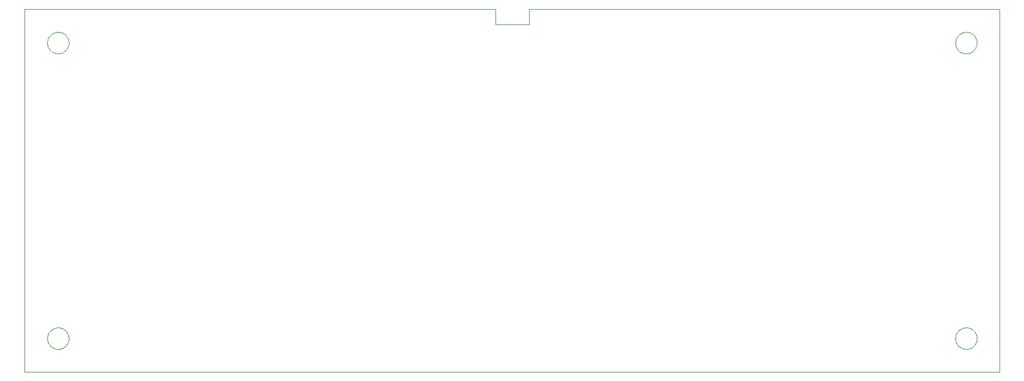
<source format=gbo>
G75*
G70*
%OFA0B0*%
%FSLAX24Y24*%
%IPPOS*%
%LPD*%
%AMOC8*
5,1,8,0,0,1.08239X$1,22.5*
%
%ADD10C,0.0000*%
D10*
X000232Y000101D02*
X000232Y021361D01*
X027791Y021361D01*
X027791Y020455D01*
X029759Y020455D01*
X029759Y021361D01*
X057318Y021361D01*
X057318Y000101D01*
X000232Y000101D01*
X001570Y002069D02*
X001572Y002119D01*
X001578Y002169D01*
X001588Y002218D01*
X001602Y002266D01*
X001619Y002313D01*
X001640Y002358D01*
X001665Y002402D01*
X001693Y002443D01*
X001725Y002482D01*
X001759Y002519D01*
X001796Y002553D01*
X001836Y002583D01*
X001878Y002610D01*
X001922Y002634D01*
X001968Y002655D01*
X002015Y002671D01*
X002063Y002684D01*
X002113Y002693D01*
X002162Y002698D01*
X002213Y002699D01*
X002263Y002696D01*
X002312Y002689D01*
X002361Y002678D01*
X002409Y002663D01*
X002455Y002645D01*
X002500Y002623D01*
X002543Y002597D01*
X002584Y002568D01*
X002623Y002536D01*
X002659Y002501D01*
X002691Y002463D01*
X002721Y002423D01*
X002748Y002380D01*
X002771Y002336D01*
X002790Y002290D01*
X002806Y002242D01*
X002818Y002193D01*
X002826Y002144D01*
X002830Y002094D01*
X002830Y002044D01*
X002826Y001994D01*
X002818Y001945D01*
X002806Y001896D01*
X002790Y001848D01*
X002771Y001802D01*
X002748Y001758D01*
X002721Y001715D01*
X002691Y001675D01*
X002659Y001637D01*
X002623Y001602D01*
X002584Y001570D01*
X002543Y001541D01*
X002500Y001515D01*
X002455Y001493D01*
X002409Y001475D01*
X002361Y001460D01*
X002312Y001449D01*
X002263Y001442D01*
X002213Y001439D01*
X002162Y001440D01*
X002113Y001445D01*
X002063Y001454D01*
X002015Y001467D01*
X001968Y001483D01*
X001922Y001504D01*
X001878Y001528D01*
X001836Y001555D01*
X001796Y001585D01*
X001759Y001619D01*
X001725Y001656D01*
X001693Y001695D01*
X001665Y001736D01*
X001640Y001780D01*
X001619Y001825D01*
X001602Y001872D01*
X001588Y001920D01*
X001578Y001969D01*
X001572Y002019D01*
X001570Y002069D01*
X001570Y019392D02*
X001572Y019442D01*
X001578Y019492D01*
X001588Y019541D01*
X001602Y019589D01*
X001619Y019636D01*
X001640Y019681D01*
X001665Y019725D01*
X001693Y019766D01*
X001725Y019805D01*
X001759Y019842D01*
X001796Y019876D01*
X001836Y019906D01*
X001878Y019933D01*
X001922Y019957D01*
X001968Y019978D01*
X002015Y019994D01*
X002063Y020007D01*
X002113Y020016D01*
X002162Y020021D01*
X002213Y020022D01*
X002263Y020019D01*
X002312Y020012D01*
X002361Y020001D01*
X002409Y019986D01*
X002455Y019968D01*
X002500Y019946D01*
X002543Y019920D01*
X002584Y019891D01*
X002623Y019859D01*
X002659Y019824D01*
X002691Y019786D01*
X002721Y019746D01*
X002748Y019703D01*
X002771Y019659D01*
X002790Y019613D01*
X002806Y019565D01*
X002818Y019516D01*
X002826Y019467D01*
X002830Y019417D01*
X002830Y019367D01*
X002826Y019317D01*
X002818Y019268D01*
X002806Y019219D01*
X002790Y019171D01*
X002771Y019125D01*
X002748Y019081D01*
X002721Y019038D01*
X002691Y018998D01*
X002659Y018960D01*
X002623Y018925D01*
X002584Y018893D01*
X002543Y018864D01*
X002500Y018838D01*
X002455Y018816D01*
X002409Y018798D01*
X002361Y018783D01*
X002312Y018772D01*
X002263Y018765D01*
X002213Y018762D01*
X002162Y018763D01*
X002113Y018768D01*
X002063Y018777D01*
X002015Y018790D01*
X001968Y018806D01*
X001922Y018827D01*
X001878Y018851D01*
X001836Y018878D01*
X001796Y018908D01*
X001759Y018942D01*
X001725Y018979D01*
X001693Y019018D01*
X001665Y019059D01*
X001640Y019103D01*
X001619Y019148D01*
X001602Y019195D01*
X001588Y019243D01*
X001578Y019292D01*
X001572Y019342D01*
X001570Y019392D01*
X054720Y019392D02*
X054722Y019442D01*
X054728Y019492D01*
X054738Y019541D01*
X054752Y019589D01*
X054769Y019636D01*
X054790Y019681D01*
X054815Y019725D01*
X054843Y019766D01*
X054875Y019805D01*
X054909Y019842D01*
X054946Y019876D01*
X054986Y019906D01*
X055028Y019933D01*
X055072Y019957D01*
X055118Y019978D01*
X055165Y019994D01*
X055213Y020007D01*
X055263Y020016D01*
X055312Y020021D01*
X055363Y020022D01*
X055413Y020019D01*
X055462Y020012D01*
X055511Y020001D01*
X055559Y019986D01*
X055605Y019968D01*
X055650Y019946D01*
X055693Y019920D01*
X055734Y019891D01*
X055773Y019859D01*
X055809Y019824D01*
X055841Y019786D01*
X055871Y019746D01*
X055898Y019703D01*
X055921Y019659D01*
X055940Y019613D01*
X055956Y019565D01*
X055968Y019516D01*
X055976Y019467D01*
X055980Y019417D01*
X055980Y019367D01*
X055976Y019317D01*
X055968Y019268D01*
X055956Y019219D01*
X055940Y019171D01*
X055921Y019125D01*
X055898Y019081D01*
X055871Y019038D01*
X055841Y018998D01*
X055809Y018960D01*
X055773Y018925D01*
X055734Y018893D01*
X055693Y018864D01*
X055650Y018838D01*
X055605Y018816D01*
X055559Y018798D01*
X055511Y018783D01*
X055462Y018772D01*
X055413Y018765D01*
X055363Y018762D01*
X055312Y018763D01*
X055263Y018768D01*
X055213Y018777D01*
X055165Y018790D01*
X055118Y018806D01*
X055072Y018827D01*
X055028Y018851D01*
X054986Y018878D01*
X054946Y018908D01*
X054909Y018942D01*
X054875Y018979D01*
X054843Y019018D01*
X054815Y019059D01*
X054790Y019103D01*
X054769Y019148D01*
X054752Y019195D01*
X054738Y019243D01*
X054728Y019292D01*
X054722Y019342D01*
X054720Y019392D01*
X054720Y002069D02*
X054722Y002119D01*
X054728Y002169D01*
X054738Y002218D01*
X054752Y002266D01*
X054769Y002313D01*
X054790Y002358D01*
X054815Y002402D01*
X054843Y002443D01*
X054875Y002482D01*
X054909Y002519D01*
X054946Y002553D01*
X054986Y002583D01*
X055028Y002610D01*
X055072Y002634D01*
X055118Y002655D01*
X055165Y002671D01*
X055213Y002684D01*
X055263Y002693D01*
X055312Y002698D01*
X055363Y002699D01*
X055413Y002696D01*
X055462Y002689D01*
X055511Y002678D01*
X055559Y002663D01*
X055605Y002645D01*
X055650Y002623D01*
X055693Y002597D01*
X055734Y002568D01*
X055773Y002536D01*
X055809Y002501D01*
X055841Y002463D01*
X055871Y002423D01*
X055898Y002380D01*
X055921Y002336D01*
X055940Y002290D01*
X055956Y002242D01*
X055968Y002193D01*
X055976Y002144D01*
X055980Y002094D01*
X055980Y002044D01*
X055976Y001994D01*
X055968Y001945D01*
X055956Y001896D01*
X055940Y001848D01*
X055921Y001802D01*
X055898Y001758D01*
X055871Y001715D01*
X055841Y001675D01*
X055809Y001637D01*
X055773Y001602D01*
X055734Y001570D01*
X055693Y001541D01*
X055650Y001515D01*
X055605Y001493D01*
X055559Y001475D01*
X055511Y001460D01*
X055462Y001449D01*
X055413Y001442D01*
X055363Y001439D01*
X055312Y001440D01*
X055263Y001445D01*
X055213Y001454D01*
X055165Y001467D01*
X055118Y001483D01*
X055072Y001504D01*
X055028Y001528D01*
X054986Y001555D01*
X054946Y001585D01*
X054909Y001619D01*
X054875Y001656D01*
X054843Y001695D01*
X054815Y001736D01*
X054790Y001780D01*
X054769Y001825D01*
X054752Y001872D01*
X054738Y001920D01*
X054728Y001969D01*
X054722Y002019D01*
X054720Y002069D01*
M02*

</source>
